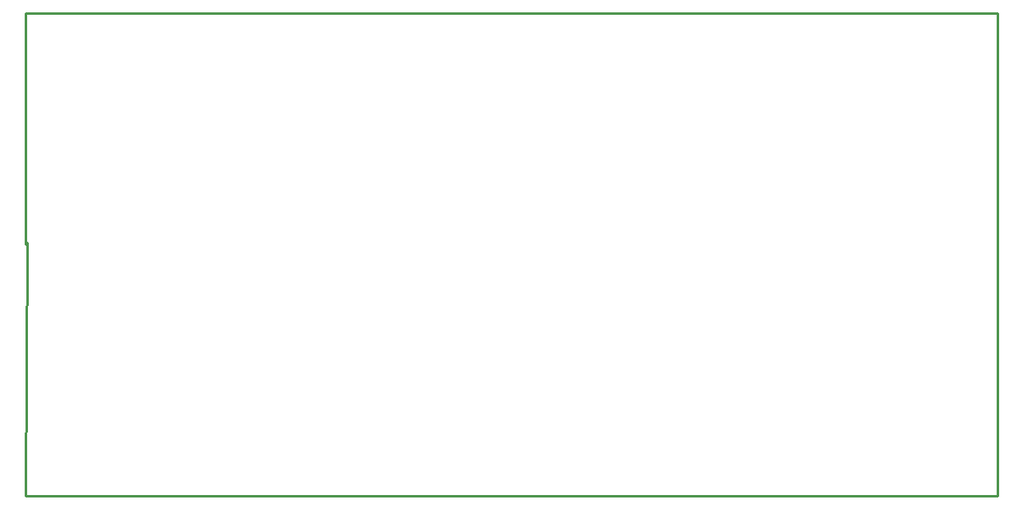
<source format=gko>
G04 Layer: BoardOutline*
G04 EasyEDA v6.4.12, 2021-01-01T09:56:31+01:00*
G04 894a5beaafa14ce6bfb9057d1c18a6f7,8f8135e26d124d33b536985ae94b05e9,10*
G04 Gerber Generator version 0.2*
G04 Scale: 100 percent, Rotated: No, Reflected: No *
G04 Dimensions in millimeters *
G04 leading zeros omitted , absolute positions ,4 integer and 5 decimal *
%FSLAX45Y45*%
%MOMM*%

%ADD10C,0.2540*%
D10*
X0Y2589784D02*
G01*
X0Y4964684D01*
X9999979Y4964684D01*
X9999979Y0D01*
X0Y0D01*
X12700Y2602484D01*

%LPD*%
M02*

</source>
